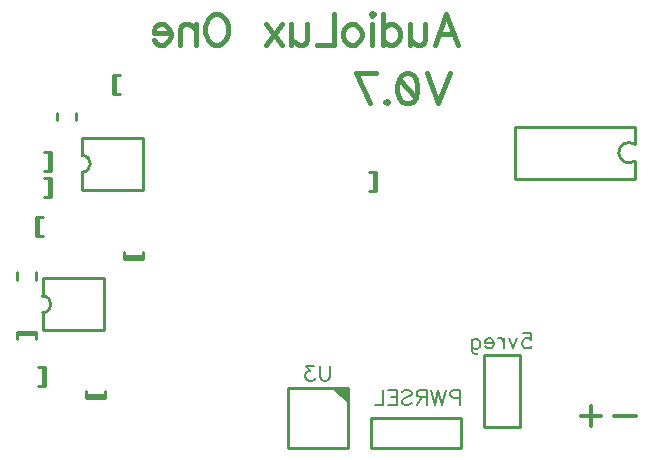
<source format=gbr>
G04 DipTrace 2.4.0.2*
%INBottomSilk.gbr*%
%MOIN*%
%ADD10C,0.0098*%
%ADD94C,0.0077*%
%ADD95C,0.0124*%
%ADD97C,0.0154*%
%FSLAX44Y44*%
G04*
G70*
G90*
G75*
G01*
%LNBotSilk*%
%LPD*%
X20439Y7720D2*
D10*
X21626D1*
Y5345D1*
X20439D1*
Y7720D1*
X16778Y13188D2*
Y13817D1*
X16852Y13188D2*
Y13817D1*
Y13188D2*
X16617D1*
X16852Y13817D2*
X16617D1*
X5929Y12997D2*
Y13627D1*
X6004Y12997D2*
Y13627D1*
Y12997D2*
X5768D1*
X6004Y13627D2*
X5768D1*
X5741Y6686D2*
Y7315D1*
X5816Y6686D2*
Y7315D1*
Y6686D2*
X5580D1*
X5816Y7315D2*
X5580D1*
X5501Y8430D2*
X4872D1*
X5501Y8505D2*
X4872D1*
X5501D2*
Y8269D1*
X4872Y8505D2*
Y8269D1*
X5929Y13872D2*
Y14502D1*
X6004Y13872D2*
Y14502D1*
Y13872D2*
X5768D1*
X6004Y14502D2*
X5768D1*
X7185Y6383D2*
X7814D1*
X7185Y6308D2*
X7814D1*
X7185D2*
Y6544D1*
X7814Y6308D2*
Y6544D1*
X8446Y11019D2*
X9075D1*
X8446Y10944D2*
X9075D1*
X8446D2*
Y11180D1*
X9075Y10944D2*
Y11180D1*
X8144Y17053D2*
Y16424D1*
X8069Y17053D2*
Y16424D1*
Y17053D2*
X8305D1*
X8069Y16424D2*
X8305D1*
X5570Y12315D2*
Y11686D1*
X5495Y12315D2*
Y11686D1*
Y12315D2*
X5731D1*
X5495Y11686D2*
X5731D1*
X25468Y13601D2*
X21485D1*
X25468Y15346D2*
X21485D1*
Y13601D2*
Y15346D1*
X25468Y13601D2*
Y14194D1*
Y14753D2*
Y15346D1*
Y14194D2*
G02X25468Y14753I-196J280D01*
G01*
X5726Y10285D2*
X7773D1*
X5726Y8553D2*
X7773D1*
Y10285D2*
Y8553D1*
X5726Y10285D2*
Y9696D1*
Y9141D2*
Y8553D1*
Y9696D2*
G02X5726Y9141I-1J-278D01*
G01*
X7038Y14971D2*
X9086D1*
X7038Y13239D2*
X9086D1*
Y14971D2*
Y13239D1*
X7038Y14971D2*
Y14383D1*
Y13828D2*
Y13239D1*
Y14383D2*
G02X7038Y13828I-1J-278D01*
G01*
X16656Y4646D2*
X19656D1*
Y5646D1*
X16656D1*
Y4646D1*
X6196Y15569D2*
Y15805D1*
X6825Y15569D2*
Y15805D1*
X4872Y10246D2*
Y10482D1*
X5501Y10246D2*
Y10482D1*
X13892Y4646D2*
X15892D1*
Y6646D1*
X13892D1*
Y4646D1*
X15892Y6209D2*
X15392Y6646D1*
X15517D2*
X15830Y6334D1*
X15643Y6646D2*
X15892Y6396D1*
X15768Y6584D2*
X15830Y6521D1*
Y6584D2*
X15768Y6521D1*
X21751Y8451D2*
D94*
X21990D1*
X22014Y8236D1*
X21990Y8260D1*
X21918Y8284D1*
X21847D1*
X21775Y8260D1*
X21727Y8213D1*
X21703Y8141D1*
Y8093D1*
X21727Y8021D1*
X21775Y7973D1*
X21847Y7949D1*
X21918D1*
X21990Y7973D1*
X22014Y7998D1*
X22038Y8045D1*
X21549Y8284D2*
X21405Y7949D1*
X21262Y8284D1*
X21108D2*
Y7949D1*
Y8141D2*
X21083Y8213D1*
X21036Y8261D1*
X20988Y8284D1*
X20916D1*
X20761Y8141D2*
X20475D1*
Y8189D1*
X20498Y8237D1*
X20522Y8261D1*
X20570Y8284D1*
X20642D1*
X20690Y8261D1*
X20738Y8213D1*
X20761Y8141D1*
Y8093D1*
X20738Y8021D1*
X20690Y7974D1*
X20642Y7949D1*
X20570D1*
X20522Y7974D1*
X20475Y8021D1*
X20033Y8261D2*
Y7878D1*
X20057Y7806D1*
X20081Y7782D1*
X20129Y7758D1*
X20201D1*
X20248Y7782D1*
X20033Y8189D2*
X20081Y8236D1*
X20129Y8261D1*
X20201D1*
X20248Y8236D1*
X20296Y8189D1*
X20320Y8117D1*
Y8069D1*
X20296Y7998D1*
X20248Y7949D1*
X20201Y7926D1*
X20129D1*
X20081Y7949D1*
X20033Y7998D1*
X19645Y6303D2*
X19429D1*
X19358Y6327D1*
X19334Y6351D1*
X19310Y6399D1*
Y6470D1*
X19334Y6518D1*
X19358Y6542D1*
X19429Y6566D1*
X19645D1*
Y6064D1*
X19155Y6566D2*
X19036Y6064D1*
X18916Y6566D1*
X18797Y6064D1*
X18677Y6566D1*
X18522Y6327D2*
X18307D1*
X18236Y6351D1*
X18211Y6375D1*
X18188Y6422D1*
Y6470D1*
X18211Y6518D1*
X18236Y6542D1*
X18307Y6566D1*
X18522D1*
Y6064D1*
X18355Y6327D2*
X18188Y6064D1*
X17698Y6494D2*
X17746Y6542D1*
X17818Y6566D1*
X17913D1*
X17985Y6542D1*
X18033Y6494D1*
Y6447D1*
X18009Y6399D1*
X17985Y6375D1*
X17938Y6351D1*
X17794Y6303D1*
X17746Y6279D1*
X17722Y6255D1*
X17698Y6207D1*
Y6135D1*
X17746Y6088D1*
X17818Y6064D1*
X17913D1*
X17985Y6088D1*
X18033Y6135D1*
X17233Y6566D2*
X17544D1*
Y6064D1*
X17233D1*
X17544Y6327D2*
X17353D1*
X17079Y6566D2*
Y6064D1*
X16792D1*
X15305Y7379D2*
Y7020D1*
X15281Y6948D1*
X15233Y6901D1*
X15161Y6876D1*
X15113D1*
X15041Y6901D1*
X14993Y6948D1*
X14970Y7020D1*
Y7379D1*
X14767Y7378D2*
X14505D1*
X14648Y7187D1*
X14576D1*
X14528Y7163D1*
X14505Y7139D1*
X14480Y7067D1*
Y7020D1*
X14505Y6948D1*
X14552Y6900D1*
X14624Y6876D1*
X14696D1*
X14767Y6900D1*
X14791Y6924D1*
X14815Y6972D1*
X24010Y6043D2*
D95*
Y5354D1*
X24354Y5698D2*
X23666D1*
X25496Y5714D2*
X24769D1*
X18792Y18080D2*
D97*
X19176Y19085D1*
X19558Y18080D1*
X19414Y18415D2*
X18936D1*
X18483Y18750D2*
Y18271D1*
X18436Y18129D1*
X18340Y18080D1*
X18196D1*
X18101Y18129D1*
X17957Y18271D1*
Y18750D2*
Y18080D1*
X17075Y19085D2*
Y18080D1*
Y18606D2*
X17170Y18702D1*
X17266Y18750D1*
X17410D1*
X17505Y18702D1*
X17601Y18606D1*
X17648Y18463D1*
Y18368D1*
X17601Y18224D1*
X17505Y18129D1*
X17410Y18080D1*
X17266D1*
X17170Y18129D1*
X17075Y18224D1*
X16766Y19085D2*
X16718Y19037D1*
X16670Y19085D1*
X16718Y19134D1*
X16766Y19085D1*
X16718Y18750D2*
Y18080D1*
X16122Y18750D2*
X16217Y18702D1*
X16313Y18606D1*
X16361Y18463D1*
Y18368D1*
X16313Y18224D1*
X16217Y18129D1*
X16122Y18080D1*
X15978D1*
X15882Y18129D1*
X15787Y18224D1*
X15739Y18368D1*
Y18463D1*
X15787Y18606D1*
X15882Y18702D1*
X15978Y18750D1*
X16122D1*
X15430Y19085D2*
Y18080D1*
X14856D1*
X14547Y18750D2*
Y18271D1*
X14500Y18129D1*
X14404Y18080D1*
X14260D1*
X14165Y18129D1*
X14021Y18271D1*
Y18750D2*
Y18080D1*
X13712Y18750D2*
X13186Y18080D1*
Y18750D2*
X13712Y18080D1*
X11618Y19085D2*
X11714Y19037D1*
X11809Y18941D1*
X11858Y18846D1*
X11905Y18702D1*
Y18463D1*
X11858Y18320D1*
X11809Y18224D1*
X11714Y18129D1*
X11618Y18080D1*
X11427D1*
X11332Y18129D1*
X11236Y18224D1*
X11188Y18320D1*
X11140Y18463D1*
Y18702D1*
X11188Y18846D1*
X11236Y18941D1*
X11332Y19037D1*
X11427Y19085D1*
X11618D1*
X10832Y18750D2*
Y18080D1*
Y18559D2*
X10688Y18702D1*
X10592Y18750D1*
X10449D1*
X10353Y18702D1*
X10306Y18559D1*
Y18080D1*
X9997Y18463D2*
X9423D1*
Y18559D1*
X9471Y18655D1*
X9518Y18702D1*
X9614Y18750D1*
X9758D1*
X9853Y18702D1*
X9949Y18606D1*
X9997Y18463D1*
Y18368D1*
X9949Y18224D1*
X9853Y18129D1*
X9758Y18080D1*
X9614D1*
X9518Y18129D1*
X9423Y18224D1*
X19295Y17122D2*
X18913Y16117D1*
X18530Y17122D1*
X17934Y17121D2*
X18078Y17074D1*
X18174Y16930D1*
X18221Y16691D1*
Y16547D1*
X18174Y16309D1*
X18078Y16165D1*
X17934Y16117D1*
X17839D1*
X17695Y16165D1*
X17600Y16309D1*
X17551Y16547D1*
Y16691D1*
X17600Y16930D1*
X17695Y17074D1*
X17839Y17121D1*
X17934D1*
X17600Y16930D2*
X18174Y16309D1*
X17195Y16214D2*
X17243Y16165D1*
X17195Y16117D1*
X17146Y16165D1*
X17195Y16214D1*
X16646Y16117D2*
X16168Y17121D1*
X16838D1*
M02*

</source>
